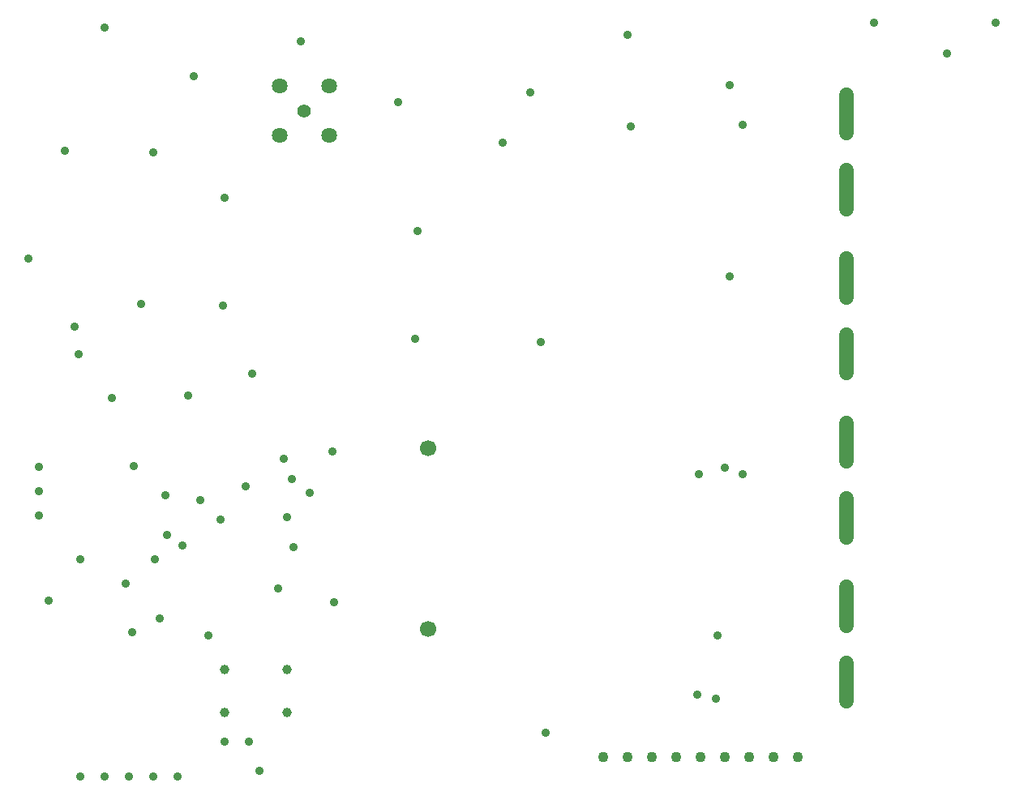
<source format=gbr>
%TF.GenerationSoftware,Novarm,DipTrace,3.3.0.1*%
%TF.CreationDate,2018-11-14T10:20:20-08:00*%
%FSLAX26Y26*%
%MOIN*%
%TF.FileFunction,Plated,1,2,PTH,Drill*%
%TF.Part,Single*%
%TA.AperFunction,ComponentDrill*%
%ADD20C,0.03937*%
%ADD62C,0.035*%
%ADD65C,0.064173*%
%ADD66C,0.055118*%
%ADD67C,0.066929*%
%ADD68C,0.035433*%
%ADD69C,0.059055*%
%ADD70C,0.042992*%
%TA.AperFunction,ViaDrill*%
%ADD144C,0.035*%
G75*
G01*
D65*
X1584951Y3131200D3*
X1787707D3*
Y3333956D3*
X1584951D3*
D66*
X1686329Y3232578D3*
D67*
X2197449Y1843700D3*
Y1101968D3*
D68*
X597443Y1568556D3*
Y1668556D3*
Y1768556D3*
D62*
X3434645Y3337120D3*
Y2549718D3*
X3916111Y2465280D2*
D69*
Y2622760D1*
Y2154256D2*
Y2311737D1*
X3916200Y1115172D2*
Y1272653D1*
Y804149D2*
Y961629D1*
Y3139960D2*
Y3297440D1*
Y2828936D2*
Y2986417D1*
Y1790102D2*
Y1947582D1*
Y1479078D2*
Y1636558D1*
D68*
X1359949Y637449D3*
X1459949D3*
D20*
X1616200Y756200D3*
Y933365D3*
X1360294D3*
Y756200D3*
D144*
X3378330Y813392D3*
X2141200Y2293700D3*
X3488686Y3173670D3*
X3490830Y1738392D3*
X1616200Y1562449D3*
X1641200Y1437449D3*
X1209949Y2062449D3*
X1603700Y1799949D3*
X985102Y1771096D3*
X953700Y1287449D3*
X1091200Y1143700D3*
X1122449Y1487449D3*
X1184949Y1443700D3*
X1072449Y1387449D3*
X634939Y1218592D3*
X1809949Y1212449D3*
X1578700Y1268700D3*
X1341115Y1549808D3*
X759926Y2230986D3*
X1116138Y1649797D3*
X1472351Y2149745D3*
X1291200Y1074949D3*
X766175Y1387325D3*
X1359863Y2874669D3*
X2678700Y674949D3*
X978653Y1087356D3*
X1232132Y3374162D3*
X3415830Y1763392D3*
X3303409Y831133D3*
X3309581Y1738392D3*
X3384581Y1075892D3*
X1016200Y2437449D3*
X897411Y2049755D3*
X1259949Y1631200D3*
X741178Y2343474D3*
X1447449Y1687449D3*
X1066144Y3062149D3*
X1803700Y1831200D3*
X2072288Y3268377D3*
X1634949Y1718700D3*
X1709949Y1662449D3*
X1503577Y518675D3*
X703682Y3068398D3*
X553697Y2624695D3*
X866200Y3574949D3*
X2503700Y3099949D3*
X2153700Y2737449D3*
X1672449Y3518700D3*
X3028700Y3168700D3*
X2616200Y3306200D3*
X3016200Y3543700D3*
X2659726Y2280981D3*
X4028700Y3593700D3*
X4329056Y3469020D3*
X4528700Y3593700D3*
D70*
X2916200Y574949D3*
X3016200D3*
X3116200D3*
X3216200D3*
X3316200D3*
X3416200D3*
X3516200D3*
X3616200D3*
X3716200D3*
D68*
X766200Y493700D3*
X866200D3*
X966200D3*
X1066200D3*
X1166200D3*
D144*
X1353700Y2431200D3*
M02*

</source>
